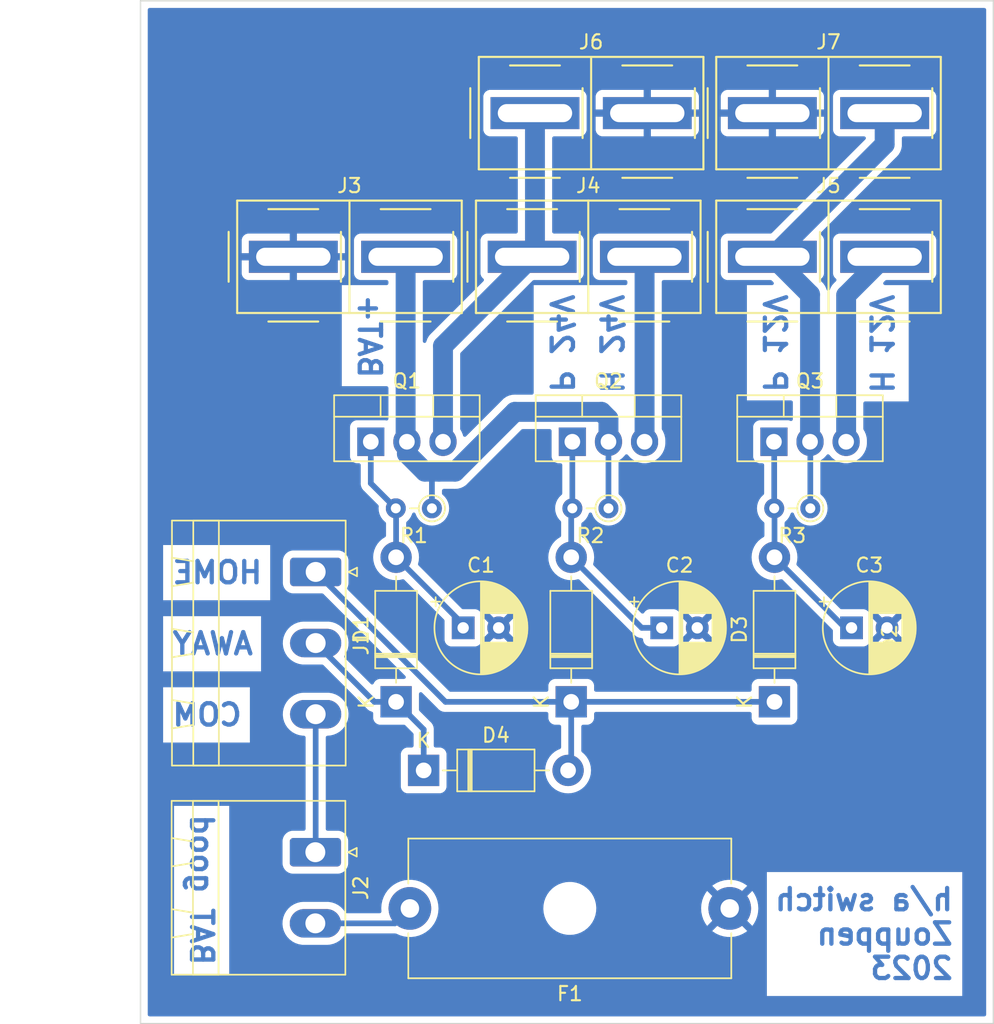
<source format=kicad_pcb>
(kicad_pcb (version 20211014) (generator pcbnew)
  (layers (0 "F.Cu" signal) (31 "B.Cu" signal) (34 "B.Paste" user) (35 "F.Paste" user) (36 "B.SilkS" user "B.Silkscreen") (37 "F.SilkS" user "F.Silkscreen") (38 "B.Mask" user) (39 "F.Mask" user) (44 "Edge.Cuts" user))
  (net 0 "")
  (net 1 "Net-(C1-Pad1)")
  (net 2 "GND")
  (net 3 "Net-(C2-Pad1)")
  (net 4 "Net-(C3-Pad1)")
  (net 5 "/AWAY")
  (net 6 "/HOME")
  (net 7 "Net-(F1-Pad2)")
  (net 8 "+BATT")
  (net 9 "/PRI 24V")
  (net 10 "/HOME 24V")
  (net 11 "/PRI 12V")
  (net 12 "/HOME 12V")
  (net 13 "/BAT GOOD")
  (footprint "Powerpole:45A-VERT-PAIR" (layer "F.Cu") (at 114.6 58)
    (fp_text reference "J3" (at 0 -5) (layer "F.SilkS"))
    (fp_text value "Conn_01x02_Female" hide)
    (pad "1" thru_hole rect (at -3.95 0) (size 6.25 2.25) (drill oval 5.23 1.27) (layers *.Cu *.Mask) (net 2 "GND"))
    (pad "2" thru_hole rect (at 3.95 0) (size 6.25 2.25) (drill oval 5.23 1.27) (layers *.Cu *.Mask) (net 8 "+BATT"))
  )
  (footprint "Resistor_THT:R_Axial_DIN0204_L3.6mm_D1.6mm_P2.54mm_Vertical" (layer "F.Cu") (at 120.4 75.68 180)
    (fp_text reference "R1" (at 1.27 -1.92) (layer "F.SilkS"))
    (fp_text value "100k")
    (pad "1" thru_hole circle (at 0 0 180) (size 1.4 1.4) (drill 0.7) (layers *.Cu *.Mask) (net 8 "+BATT"))
    (pad "2" thru_hole oval (at 2.54 0 180) (size 1.4 1.4) (drill 0.7) (layers *.Cu *.Mask) (net 1 "Net-(C1-Pad1)"))
  )
  (footprint "Diode_THT:D_DO-41_SOD81_P10.16mm_Horizontal" (layer "F.Cu") (at 130.2 89.28 90)
    (fp_text reference "D2" (at 4.48 22.4 90) (layer "F.SilkS"))
    (fp_text value "1N4001")
    (fp_text user "K" (at 0 -2.1 90) (layer "F.SilkS"))
    (pad "1" thru_hole rect (at 0 0 90) (size 2.2 2.2) (drill 1.1) (layers *.Cu *.Mask) (net 6 "/HOME"))
    (pad "2" thru_hole oval (at 10.16 0 90) (size 2.2 2.2) (drill 1.1) (layers *.Cu *.Mask) (net 3 "Net-(C2-Pad1)"))
  )
  (footprint "Powerpole:45A-VERT-PAIR" (layer "F.Cu") (at 131.6 47.9)
    (fp_text reference "J6" (at 0 -5) (layer "F.SilkS"))
    (fp_text value "Conn_01x02_Female" hide)
    (pad "1" thru_hole rect (at -3.95 0) (size 6.25 2.25) (drill oval 5.23 1.27) (layers *.Cu *.Mask) (net 9 "/PRI 24V"))
    (pad "2" thru_hole rect (at 3.95 0) (size 6.25 2.25) (drill oval 5.23 1.27) (layers *.Cu *.Mask) (net 2 "GND"))
  )
  (footprint "Capacitor_THT:CP_Radial_D6.3mm_P2.50mm" (layer "F.Cu") (at 122.597621 84.08)
    (fp_text reference "C1" (at 1.25 -4.4) (layer "F.SilkS"))
    (fp_text value "C_Polarized")
    (pad "1" thru_hole rect (at 0 0) (size 1.6 1.6) (drill 0.8) (layers *.Cu *.Mask) (net 1 "Net-(C1-Pad1)"))
    (pad "2" thru_hole circle (at 2.5 0) (size 1.6 1.6) (drill 0.8) (layers *.Cu *.Mask) (net 2 "GND"))
  )
  (footprint "Package_TO_SOT_THT:TO-220-3_Vertical" (layer "F.Cu") (at 130.28 71)
    (fp_text reference "Q2" (at 2.54 -4.27) (layer "F.SilkS"))
    (fp_text value "IRF9540N")
    (pad "1" thru_hole rect (at 0 0) (size 1.905 2) (drill 1.1) (layers *.Cu *.Mask) (net 3 "Net-(C2-Pad1)"))
    (pad "2" thru_hole oval (at 2.54 0) (size 1.905 2) (drill 1.1) (layers *.Cu *.Mask) (net 8 "+BATT"))
    (pad "3" thru_hole oval (at 5.08 0) (size 1.905 2) (drill 1.1) (layers *.Cu *.Mask) (net 10 "/HOME 24V"))
  )
  (footprint "Diode_THT:D_DO-41_SOD81_P10.16mm_Horizontal" (layer "F.Cu") (at 144.5 89.28 90)
    (fp_text reference "D3" (at 5.08 -2.47 90) (layer "F.SilkS"))
    (fp_text value "1N4001")
    (fp_text user "K" (at 0 -2.1 90) (layer "F.SilkS"))
    (pad "1" thru_hole rect (at 0 0 90) (size 2.2 2.2) (drill 1.1) (layers *.Cu *.Mask) (net 6 "/HOME"))
    (pad "2" thru_hole oval (at 10.16 0 90) (size 2.2 2.2) (drill 1.1) (layers *.Cu *.Mask) (net 4 "Net-(C3-Pad1)"))
  )
  (footprint "Powerpole:45A-VERT-PAIR" (layer "F.Cu") (at 148.3 47.9)
    (fp_text reference "J7" (at 0 -5) (layer "F.SilkS"))
    (fp_text value "Conn_01x02_Female" hide)
    (pad "1" thru_hole rect (at -3.95 0) (size 6.25 2.25) (drill oval 5.23 1.27) (layers *.Cu *.Mask) (net 2 "GND"))
    (pad "2" thru_hole rect (at 3.95 0) (size 6.25 2.25) (drill oval 5.23 1.27) (layers *.Cu *.Mask) (net 11 "/PRI 12V"))
  )
  (footprint "Resistor_THT:R_Axial_DIN0204_L3.6mm_D1.6mm_P2.54mm_Vertical" (layer "F.Cu") (at 147.02 75.68 180)
    (fp_text reference "R3" (at 1.27 -1.92) (layer "F.SilkS"))
    (fp_text value "100k")
    (pad "1" thru_hole circle (at 0 0 180) (size 1.4 1.4) (drill 0.7) (layers *.Cu *.Mask) (net 11 "/PRI 12V"))
    (pad "2" thru_hole oval (at 2.54 0 180) (size 1.4 1.4) (drill 0.7) (layers *.Cu *.Mask) (net 4 "Net-(C3-Pad1)"))
  )
  (footprint "Connector_Phoenix_MSTB:PhoenixContact_MSTBA_2,5_2-G_1x02_P5.00mm_Horizontal" (layer "F.Cu") (at 112.2 99.85 -90)
    (fp_text reference "J2" (at 2.5 -3.2 90) (layer "F.SilkS"))
    (fp_text value "Conn_01x02_Female")
    (pad "1" thru_hole roundrect (at 0 0 270) (size 2 3.6) (drill 1.4) (layers *.Cu *.Mask) (roundrect_rratio 0.125) (net 13 "/BAT GOOD"))
    (pad "2" thru_hole oval (at 5 0 270) (size 2 3.6) (drill 1.4) (layers *.Cu *.Mask) (net 7 "Net-(F1-Pad2)"))
  )
  (footprint "Powerpole:45A-VERT-PAIR" (layer "F.Cu") (at 148.3 58)
    (fp_text reference "J5" (at 0 -5) (layer "F.SilkS"))
    (fp_text value "Conn_01x02_Female" hide)
    (pad "1" thru_hole rect (at -3.95 0) (size 6.25 2.25) (drill oval 5.23 1.27) (layers *.Cu *.Mask) (net 11 "/PRI 12V"))
    (pad "2" thru_hole rect (at 3.95 0) (size 6.25 2.25) (drill oval 5.23 1.27) (layers *.Cu *.Mask) (net 12 "/HOME 12V"))
  )
  (footprint "Diode_THT:D_DO-41_SOD81_P10.16mm_Horizontal" (layer "F.Cu") (at 119.82 94.1)
    (fp_text reference "D4" (at 5.08 -2.47) (layer "F.SilkS"))
    (fp_text value "1N4001")
    (fp_text user "K" (at 0 -2.1) (layer "F.SilkS"))
    (pad "1" thru_hole rect (at 0 0) (size 2.2 2.2) (drill 1.1) (layers *.Cu *.Mask) (net 5 "/AWAY"))
    (pad "2" thru_hole oval (at 10.16 0) (size 2.2 2.2) (drill 1.1) (layers *.Cu *.Mask) (net 6 "/HOME"))
  )
  (footprint "Package_TO_SOT_THT:TO-220-3_Vertical" (layer "F.Cu") (at 144.46 71)
    (fp_text reference "Q3" (at 2.54 -4.27) (layer "F.SilkS"))
    (fp_text value "IRF9540N")
    (pad "1" thru_hole rect (at 0 0) (size 1.905 2) (drill 1.1) (layers *.Cu *.Mask) (net 4 "Net-(C3-Pad1)"))
    (pad "2" thru_hole oval (at 2.54 0) (size 1.905 2) (drill 1.1) (layers *.Cu *.Mask) (net 11 "/PRI 12V"))
    (pad "3" thru_hole oval (at 5.08 0) (size 1.905 2) (drill 1.1) (layers *.Cu *.Mask) (net 12 "/HOME 12V"))
  )
  (footprint "Resistor_THT:R_Axial_DIN0204_L3.6mm_D1.6mm_P2.54mm_Vertical" (layer "F.Cu") (at 132.82 75.68 180)
    (fp_text reference "R2" (at 1.27 -1.92) (layer "F.SilkS"))
    (fp_text value "100k")
    (pad "1" thru_hole circle (at 0 0 180) (size 1.4 1.4) (drill 0.7) (layers *.Cu *.Mask) (net 8 "+BATT"))
    (pad "2" thru_hole oval (at 2.54 0 180) (size 1.4 1.4) (drill 0.7) (layers *.Cu *.Mask) (net 3 "Net-(C2-Pad1)"))
  )
  (footprint "Diode_THT:D_DO-41_SOD81_P10.16mm_Horizontal" (layer "F.Cu") (at 117.88 89.28 90)
    (fp_text reference "D1" (at 5.08 -2.47 90) (layer "F.SilkS"))
    (fp_text value "1N4001")
    (fp_text user "K" (at 0 -2.1 90) (layer "F.SilkS"))
    (pad "1" thru_hole rect (at 0 0 90) (size 2.2 2.2) (drill 1.1) (layers *.Cu *.Mask) (net 5 "/AWAY"))
    (pad "2" thru_hole oval (at 10.16 0 90) (size 2.2 2.2) (drill 1.1) (layers *.Cu *.Mask) (net 1 "Net-(C1-Pad1)"))
  )
  (footprint "Capacitor_THT:CP_Radial_D6.3mm_P2.50mm" (layer "F.Cu") (at 136.567621 84.08)
    (fp_text reference "C2" (at 1.25 -4.4) (layer "F.SilkS"))
    (fp_text value "C_Polarized")
    (pad "1" thru_hole rect (at 0 0) (size 1.6 1.6) (drill 0.8) (layers *.Cu *.Mask) (net 3 "Net-(C2-Pad1)"))
    (pad "2" thru_hole circle (at 2.5 0) (size 1.6 1.6) (drill 0.8) (layers *.Cu *.Mask) (net 2 "GND"))
  )
  (footprint "Fuse:Fuseholder_Cylinder-5x20mm_Schurter_0031_8201_Horizontal_Open" (layer "F.Cu") (at 141.35 103.8 180)
    (fp_text reference "F1" (at 11.25 -6) (layer "F.SilkS"))
    (fp_text value "Fuse")
    (pad "" np_thru_hole circle (at 11.25 0 180) (size 2.7 2.7) (drill 2.7) (layers *.Cu *.Mask))
    (pad "1" thru_hole circle (at 0 0 180) (size 3 3) (drill 1.3) (layers *.Cu *.Mask) (net 2 "GND"))
    (pad "2" thru_hole circle (at 22.5 0 180) (size 3 3) (drill 1.3) (layers *.Cu *.Mask) (net 7 "Net-(F1-Pad2)"))
  )
  (footprint "Connector_Phoenix_MSTB:PhoenixContact_MSTBA_2,5_3-G_1x03_P5.00mm_Horizontal" (layer "F.Cu") (at 112.2225 80.15 -90)
    (fp_text reference "J1" (at 5 -3.2 90) (layer "F.SilkS"))
    (fp_text value "Conn_01x03_Female")
    (pad "1" thru_hole roundrect (at 0 0 270) (size 2 3.6) (drill 1.4) (layers *.Cu *.Mask) (roundrect_rratio 0.125) (net 6 "/HOME"))
    (pad "2" thru_hole oval (at 5 0 270) (size 2 3.6) (drill 1.4) (layers *.Cu *.Mask) (net 5 "/AWAY"))
    (pad "3" thru_hole oval (at 10 0 270) (size 2 3.6) (drill 1.4) (layers *.Cu *.Mask) (net 13 "/BAT GOOD"))
  )
  (footprint "Package_TO_SOT_THT:TO-220-3_Vertical" (layer "F.Cu") (at 116.1 71)
    (fp_text reference "Q1" (at 2.54 -4.27) (layer "F.SilkS"))
    (fp_text value "IRF9540N")
    (pad "1" thru_hole rect (at 0 0) (size 1.905 2) (drill 1.1) (layers *.Cu *.Mask) (net 1 "Net-(C1-Pad1)"))
    (pad "2" thru_hole oval (at 2.54 0) (size 1.905 2) (drill 1.1) (layers *.Cu *.Mask) (net 8 "+BATT"))
    (pad "3" thru_hole oval (at 5.08 0) (size 1.905 2) (drill 1.1) (layers *.Cu *.Mask) (net 9 "/PRI 24V"))
  )
  (footprint "Powerpole:45A-VERT-PAIR" (layer "F.Cu") (at 131.4 58)
    (fp_text reference "J4" (at 0 -5) (layer "F.SilkS"))
    (fp_text value "Conn_01x02_Female" hide)
    (pad "1" thru_hole rect (at -3.95 0) (size 6.25 2.25) (drill oval 5.23 1.27) (layers *.Cu *.Mask) (net 9 "/PRI 24V"))
    (pad "2" thru_hole rect (at 3.95 0) (size 6.25 2.25) (drill oval 5.23 1.27) (layers *.Cu *.Mask) (net 10 "/HOME 24V"))
  )
  (footprint "Capacitor_THT:CP_Radial_D6.3mm_P2.50mm" (layer "F.Cu") (at 149.917621 84.08)
    (fp_text reference "C3" (at 1.25 -4.4) (layer "F.SilkS"))
    (fp_text value "C_Polarized")
    (pad "1" thru_hole rect (at 0 0) (size 1.6 1.6) (drill 0.8) (layers *.Cu *.Mask) (net 4 "Net-(C3-Pad1)"))
    (pad "2" thru_hole circle (at 2.5 0) (size 1.6 1.6) (drill 0.8) (layers *.Cu *.Mask) (net 2 "GND"))
  )
  (gr_rect (start 99.9 40) (end 159.9 111.9) (layer "Edge.Cuts") (width 0.1) (fill none))
  (gr_text "HOME" (at 102 80.2) (layer "B.Cu") (effects (font (size 1.5 1.5) (thickness 0.3)) (justify right mirror)))
  (gr_text "BAT good" (at 104.2 102.5 270) (layer "B.Cu") (effects (font (size 1.5 1.5) (thickness 0.3)) (justify mirror)))
  (gr_text "COM" (at 102 90.2) (layer "B.Cu") (effects (font (size 1.5 1.5) (thickness 0.3)) (justify right mirror)))
  (gr_text "P 24V" (at 129.5 60.5 270) (layer "B.Cu") (effects (font (size 1.5 1.5) (thickness 0.3)) (justify right mirror)))
  (gr_text "H 12V" (at 152 60.5 270) (layer "B.Cu") (effects (font (size 1.5 1.5) (thickness 0.3)) (justify right mirror)))
  (gr_text "P 12V" (at 144.5 60.5 270) (layer "B.Cu") (effects (font (size 1.5 1.5) (thickness 0.3)) (justify right mirror)))
  (gr_text "h/a switch\nZouppen\n2023" (at 157.2 105.6) (layer "B.Cu") (effects (font (size 1.5 1.5) (thickness 0.3)) (justify left mirror)))
  (gr_text "H 24V" (at 133 60.5 270) (layer "B.Cu") (effects (font (size 1.5 1.5) (thickness 0.3)) (justify right mirror)))
  (gr_text "BAT+" (at 116 60.5 270) (layer "B.Cu") (effects (font (size 1.5 1.5) (thickness 0.3)) (justify right mirror)))
  (gr_text "AWAY" (at 102 85.2) (layer "B.Cu") (effects (font (size 1.5 1.5) (thickness 0.3)) (justify right mirror)))
  (segment (start 117.88 79.12) (end 117.88 75.7) (width 0.4) (layer "B.Cu") (net 1))
  (segment (start 117.88 75.7) (end 117.86 75.68) (width 0.4) (layer "B.Cu") (net 1))
  (segment (start 116.1 71) (end 116.1 73.92) (width 0.4) (layer "B.Cu") (net 1))
  (segment (start 122.597621 83.837621) (end 122.597621 84.08) (width 0.4) (layer "B.Cu") (net 1))
  (segment (start 116.1 73.92) (end 117.86 75.68) (width 0.4) (layer "B.Cu") (net 1))
  (segment (start 117.88 79.12) (end 122.597621 83.837621) (width 0.4) (layer "B.Cu") (net 1))
  (segment (start 130.2 75.76) (end 130.28 75.68) (width 0.4) (layer "B.Cu") (net 3))
  (segment (start 130.2 79.12) (end 130.2 75.76) (width 0.4) (layer "B.Cu") (net 3))
  (segment (start 130.2 79.12) (end 135.16 84.08) (width 0.4) (layer "B.Cu") (net 3))
  (segment (start 130.28 75.68) (end 130.28 71) (width 0.4) (layer "B.Cu") (net 3))
  (segment (start 135.16 84.08) (end 136.567621 84.08) (width 0.4) (layer "B.Cu") (net 3))
  (segment (start 144.5 79.12) (end 149.46 84.08) (width 0.4) (layer "B.Cu") (net 4))
  (segment (start 149.46 84.08) (end 149.917621 84.08) (width 0.4) (layer "B.Cu") (net 4))
  (segment (start 144.5 75.7) (end 144.48 75.68) (width 0.4) (layer "B.Cu") (net 4))
  (segment (start 144.5 79.12) (end 144.5 75.7) (width 0.4) (layer "B.Cu") (net 4))
  (segment (start 144.48 71.02) (end 144.46 71) (width 0.4) (layer "B.Cu") (net 4))
  (segment (start 144.48 75.68) (end 144.48 71.02) (width 0.4) (layer "B.Cu") (net 4))
  (segment (start 117.88 89.28) (end 116.3525 89.28) (width 0.4) (layer "B.Cu") (net 5))
  (segment (start 116.3525 89.28) (end 112.2225 85.15) (width 0.4) (layer "B.Cu") (net 5))
  (segment (start 119.82 94.1) (end 119.82 91.22) (width 0.4) (layer "B.Cu") (net 5))
  (segment (start 119.82 91.22) (end 117.88 89.28) (width 0.4) (layer "B.Cu") (net 5))
  (segment (start 121.3525 89.28) (end 130.2 89.28) (width 0.4) (layer "B.Cu") (net 6))
  (segment (start 112.2225 80.15) (end 121.3525 89.28) (width 0.4) (layer "B.Cu") (net 6))
  (segment (start 130.2 93.88) (end 129.98 94.1) (width 0.4) (layer "B.Cu") (net 6))
  (segment (start 130.2 89.28) (end 144.5 89.28) (width 0.4) (layer "B.Cu") (net 6))
  (segment (start 130.2 89.28) (end 130.2 93.88) (width 0.4) (layer "B.Cu") (net 6))
  (segment (start 117.8 104.85) (end 118.85 103.8) (width 0.4) (layer "B.Cu") (net 7))
  (segment (start 112.2 104.85) (end 117.8 104.85) (width 0.4) (layer "B.Cu") (net 7))
  (segment (start 132.82 71) (end 132.82 69.3875) (width 1.4) (layer "B.Cu") (net 8))
  (segment (start 118.55 70.91) (end 118.64 71) (width 1.4) (layer "B.Cu") (net 8))
  (segment (start 126.230173 68.9) (end 122.030173 73.1) (width 1.4) (layer "B.Cu") (net 8))
  (segment (start 132.3325 68.9) (end 126.230173 68.9) (width 1.4) (layer "B.Cu") (net 8))
  (segment (start 119.9 73.1) (end 118.64 71.84) (width 1.4) (layer "B.Cu") (net 8))
  (segment (start 118.64 71.84) (end 118.64 71) (width 1.4) (layer "B.Cu") (net 8))
  (segment (start 120.9 73.1) (end 119.9 73.1) (width 1.4) (layer "B.Cu") (net 8))
  (segment (start 120.4 73.6) (end 120.9 73.1) (width 0.4) (layer "B.Cu") (net 8))
  (segment (start 132.82 69.3875) (end 132.3325 68.9) (width 1.4) (layer "B.Cu") (net 8))
  (segment (start 118.55 58) (end 118.55 70.91) (width 1.4) (layer "B.Cu") (net 8))
  (segment (start 132.82 75.68) (end 132.82 71) (width 0.4) (layer "B.Cu") (net 8))
  (segment (start 120.4 75.68) (end 120.4 73.6) (width 0.4) (layer "B.Cu") (net 8))
  (segment (start 122.030173 73.1) (end 120.9 73.1) (width 1.4) (layer "B.Cu") (net 8))
  (segment (start 127.65 47.9) (end 127.65 57.8) (width 1.4) (layer "B.Cu") (net 9))
  (segment (start 121.18 64.27) (end 127.45 58) (width 1.4) (layer "B.Cu") (net 9))
  (segment (start 121.18 71) (end 121.18 64.27) (width 1.4) (layer "B.Cu") (net 9))
  (segment (start 127.65 57.8) (end 127.45 58) (width 1.4) (layer "B.Cu") (net 9))
  (segment (start 135.36 71) (end 135.36 58.01) (width 1.4) (layer "B.Cu") (net 10))
  (segment (start 135.36 58.01) (end 135.35 58) (width 1.4) (layer "B.Cu") (net 10))
  (segment (start 152.25 47.9) (end 152.25 50.1) (width 1.4) (layer "B.Cu") (net 11))
  (segment (start 147.02 71.02) (end 147 71) (width 0.4) (layer "B.Cu") (net 11))
  (segment (start 147 60.65) (end 144.35 58) (width 1.4) (layer "B.Cu") (net 11))
  (segment (start 152.25 50.1) (end 144.35 58) (width 1.4) (layer "B.Cu") (net 11))
  (segment (start 147 71) (end 147 60.65) (width 1.4) (layer "B.Cu") (net 11))
  (segment (start 147.02 75.68) (end 147.02 71.02) (width 0.4) (layer "B.Cu") (net 11))
  (segment (start 149.54 71) (end 149.54 60.71) (width 1.4) (layer "B.Cu") (net 12))
  (segment (start 149.54 60.71) (end 152.25 58) (width 1.4) (layer "B.Cu") (net 12))
  (segment (start 112.2225 99.8275) (end 112.2 99.85) (width 0.4) (layer "B.Cu") (net 13))
  (segment (start 112.2225 90.15) (end 112.2225 99.8275) (width 0.4) (layer "B.Cu") (net 13))
  (zone (net 2) (net_name "GND") (layer "B.Cu") (connect_pads (clearance 0.508)) (min_thickness 0.254) (fill yes (thermal_gap 0.508) (thermal_bridge_width 0.508))
    (polygon (pts (xy 159.9 111.9) (xy 100 111.9) (xy 100 40) (xy 159.9 40)))
  )
)
</source>
